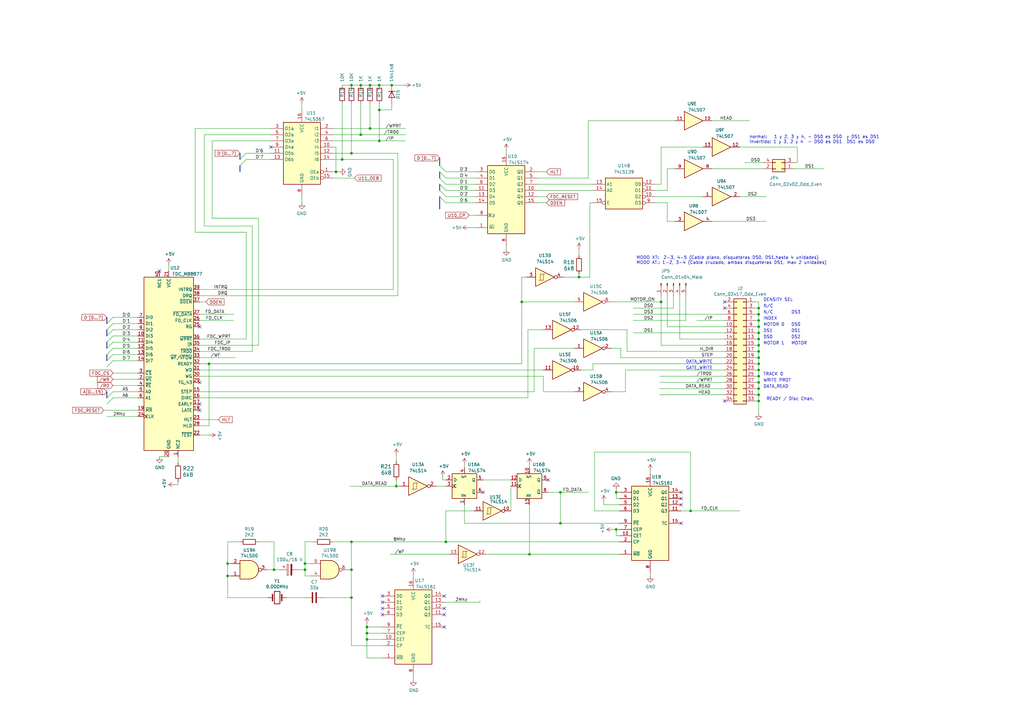
<source format=kicad_sch>
(kicad_sch (version 20200506) (host eeschema "5.99.0-unknown-bc0fc0b~88~ubuntu20.04.1")
  (page "A3")
  (title_block (title "Beta Disk Interface") (date "2020-03-13") (rev "0.3") (company "Alvaro Alea Fdz.") (comment 1 "Based on Rev 5 (Beta 128)") (comment 2 "Under Licence GPL3"))
  (junction (at 311.15 164.465))
  (junction (at 182.88 222.25))
  (junction (at 144.145 62.865))
  (junction (at 137.795 70.485))
  (junction (at 160.655 34.925))
  (junction (at 155.575 45.085))
  (junction (at 229.87 214.63))
  (junction (at 271.145 123.825))
  (junction (at 311.15 139.065))
  (junction (at 237.49 113.665))
  (junction (at 311.15 126.365))
  (junction (at 311.15 133.985))
  (junction (at 311.15 131.445))
  (junction (at 311.15 156.845))
  (junction (at 144.145 245.11))
  (junction (at 283.21 209.55))
  (junction (at 252.73 201.93))
  (junction (at 85.725 149.225))
  (junction (at 150.495 257.175))
  (junction (at 311.15 151.765))
  (junction (at 144.145 34.925))
  (junction (at 144.145 233.68))
  (junction (at 151.765 52.705))
  (junction (at 311.15 159.385))
  (junction (at 93.345 236.22))
  (junction (at 140.335 65.405))
  (junction (at 147.955 34.925))
  (junction (at 213.995 123.825))
  (junction (at 150.495 262.255))
  (junction (at 150.495 259.715))
  (junction (at 147.955 55.245))
  (junction (at 93.345 231.14))
  (junction (at 311.15 161.925))
  (junction (at 155.575 34.925))
  (junction (at 311.15 144.145))
  (junction (at 144.145 222.25))
  (junction (at 311.15 141.605))
  (junction (at 311.15 128.905))
  (junction (at 217.17 227.33))
  (junction (at 162.56 199.39))
  (junction (at 311.15 154.305))
  (junction (at 311.15 149.225))
  (junction (at 125.095 233.68))
  (junction (at 311.15 136.525))
  (junction (at 151.765 34.925))
  (junction (at 311.15 146.685))
  (junction (at 155.575 57.785))
  (junction (at 229.87 201.93))
  (junction (at 125.095 231.14))
  (junction (at 112.395 233.68))
  (junction (at 252.73 217.17))
  (no_connect (at 81.915 133.985))
  (no_connect (at 182.245 244.475))
  (no_connect (at 156.845 249.555))
  (no_connect (at 297.18 126.365))
  (no_connect (at 279.4 204.47))
  (no_connect (at 111.125 60.325))
  (no_connect (at 182.245 257.175))
  (no_connect (at 182.245 249.555))
  (no_connect (at 81.915 168.275))
  (no_connect (at 279.4 207.01))
  (no_connect (at 297.18 164.465))
  (no_connect (at 279.4 214.63))
  (no_connect (at 156.845 247.015))
  (no_connect (at 81.915 165.735))
  (no_connect (at 81.915 156.845))
  (no_connect (at 279.4 201.93))
  (no_connect (at 182.245 252.095))
  (no_connect (at 156.845 252.095))
  (no_connect (at 224.79 196.85))
  (no_connect (at 65.405 111.125))
  (no_connect (at 156.845 244.475))
  (no_connect (at 297.18 123.825))
  (no_connect (at 198.12 201.93))
  (bus_entry (at 43.815 132.715) (size 2.54 -2.54))
  (bus_entry (at 43.815 135.255) (size 2.54 -2.54))
  (bus_entry (at 43.815 137.795) (size 2.54 -2.54))
  (bus_entry (at 43.815 140.335) (size 2.54 -2.54))
  (bus_entry (at 43.815 142.875) (size 2.54 -2.54))
  (bus_entry (at 43.815 145.415) (size 2.54 -2.54))
  (bus_entry (at 43.815 147.955) (size 2.54 -2.54))
  (bus_entry (at 43.815 150.495) (size 2.54 -2.54))
  (bus_entry (at 43.815 163.195) (size 2.54 -2.54))
  (bus_entry (at 43.815 165.735) (size 2.54 -2.54))
  (bus_entry (at 98.425 65.405) (size 2.54 -2.54))
  (bus_entry (at 98.425 67.945) (size 2.54 -2.54))
  (bus_entry (at 180.34 67.945) (size 2.54 2.54))
  (bus_entry (at 180.34 70.485) (size 2.54 2.54))
  (bus_entry (at 180.34 73.025) (size 2.54 2.54))
  (bus_entry (at 180.34 75.565) (size 2.54 2.54))
  (bus_entry (at 180.34 78.105) (size 2.54 2.54))
  (bus_entry (at 180.34 80.645) (size 2.54 2.54))
  (wire (pts (xy 42.545 168.275) (xy 56.515 168.275)))
  (wire (pts (xy 43.815 170.815) (xy 56.515 170.815)))
  (wire (pts (xy 46.355 130.175) (xy 56.515 130.175)))
  (wire (pts (xy 46.355 132.715) (xy 56.515 132.715)))
  (wire (pts (xy 46.355 135.255) (xy 56.515 135.255)))
  (wire (pts (xy 46.355 137.795) (xy 56.515 137.795)))
  (wire (pts (xy 46.355 140.335) (xy 56.515 140.335)))
  (wire (pts (xy 46.355 142.875) (xy 56.515 142.875)))
  (wire (pts (xy 46.355 145.415) (xy 56.515 145.415)))
  (wire (pts (xy 46.355 147.955) (xy 56.515 147.955)))
  (wire (pts (xy 46.355 153.035) (xy 56.515 153.035)))
  (wire (pts (xy 46.355 155.575) (xy 56.515 155.575)))
  (wire (pts (xy 46.355 158.115) (xy 56.515 158.115)))
  (wire (pts (xy 46.355 160.655) (xy 56.515 160.655)))
  (wire (pts (xy 46.355 163.195) (xy 56.515 163.195)))
  (wire (pts (xy 69.215 108.585) (xy 69.215 111.125)))
  (wire (pts (xy 69.215 187.325) (xy 65.405 187.325)))
  (wire (pts (xy 73.025 187.325) (xy 73.025 189.865)))
  (wire (pts (xy 73.025 197.485) (xy 73.025 198.755)))
  (wire (pts (xy 73.025 198.755) (xy 71.755 198.755)))
  (wire (pts (xy 80.01 52.705) (xy 80.01 95.25)))
  (wire (pts (xy 80.01 52.705) (xy 111.125 52.705)))
  (wire (pts (xy 80.01 95.25) (xy 100.965 95.25)))
  (wire (pts (xy 81.915 118.745) (xy 161.29 118.745)))
  (wire (pts (xy 81.915 121.285) (xy 163.195 121.285)))
  (wire (pts (xy 81.915 123.825) (xy 84.455 123.825)))
  (wire (pts (xy 81.915 128.905) (xy 95.885 128.905)))
  (wire (pts (xy 81.915 131.445) (xy 95.885 131.445)))
  (wire (pts (xy 81.915 139.065) (xy 100.965 139.065)))
  (wire (pts (xy 81.915 141.605) (xy 106.045 141.605)))
  (wire (pts (xy 81.915 144.145) (xy 103.505 144.145)))
  (wire (pts (xy 81.915 146.685) (xy 96.52 146.685)))
  (wire (pts (xy 81.915 149.225) (xy 85.725 149.225)))
  (wire (pts (xy 81.915 151.765) (xy 222.885 151.765)))
  (wire (pts (xy 81.915 160.655) (xy 219.075 160.655)))
  (wire (pts (xy 81.915 163.195) (xy 216.535 163.195)))
  (wire (pts (xy 81.915 172.085) (xy 89.535 172.085)))
  (wire (pts (xy 81.915 178.435) (xy 85.725 178.435)))
  (wire (pts (xy 83.82 55.245) (xy 83.82 92.71)))
  (wire (pts (xy 83.82 55.245) (xy 111.125 55.245)))
  (wire (pts (xy 83.82 92.71) (xy 103.505 92.71)))
  (wire (pts (xy 85.725 149.225) (xy 85.725 174.625)))
  (wire (pts (xy 85.725 174.625) (xy 81.915 174.625)))
  (wire (pts (xy 86.995 57.785) (xy 111.125 57.785)))
  (wire (pts (xy 86.995 89.535) (xy 86.995 57.785)))
  (wire (pts (xy 93.345 222.25) (xy 93.345 231.14)))
  (wire (pts (xy 93.345 231.14) (xy 93.345 236.22)))
  (wire (pts (xy 93.345 236.22) (xy 94.615 236.22)))
  (wire (pts (xy 93.345 245.11) (xy 93.345 236.22)))
  (wire (pts (xy 94.615 231.14) (xy 93.345 231.14)))
  (wire (pts (xy 98.425 222.25) (xy 93.345 222.25)))
  (wire (pts (xy 100.965 62.865) (xy 111.125 62.865)))
  (wire (pts (xy 100.965 65.405) (xy 111.125 65.405)))
  (wire (pts (xy 100.965 95.25) (xy 100.965 139.065)))
  (wire (pts (xy 103.505 92.71) (xy 103.505 144.145)))
  (wire (pts (xy 106.045 89.535) (xy 86.995 89.535)))
  (wire (pts (xy 106.045 141.605) (xy 106.045 89.535)))
  (wire (pts (xy 106.045 222.25) (xy 112.395 222.25)))
  (wire (pts (xy 109.855 245.11) (xy 93.345 245.11)))
  (wire (pts (xy 112.395 222.25) (xy 112.395 233.68)))
  (wire (pts (xy 112.395 233.68) (xy 109.855 233.68)))
  (wire (pts (xy 112.395 233.68) (xy 114.935 233.68)))
  (wire (pts (xy 123.825 42.545) (xy 123.825 45.085)))
  (wire (pts (xy 123.825 80.645) (xy 123.825 83.185)))
  (wire (pts (xy 125.095 222.25) (xy 125.095 231.14)))
  (wire (pts (xy 125.095 231.14) (xy 125.095 233.68)))
  (wire (pts (xy 125.095 233.68) (xy 122.555 233.68)))
  (wire (pts (xy 125.095 233.68) (xy 125.095 236.22)))
  (wire (pts (xy 125.095 245.11) (xy 117.475 245.11)))
  (wire (pts (xy 127.635 231.14) (xy 125.095 231.14)))
  (wire (pts (xy 127.635 236.22) (xy 125.095 236.22)))
  (wire (pts (xy 128.905 222.25) (xy 125.095 222.25)))
  (wire (pts (xy 132.715 245.11) (xy 144.145 245.11)))
  (wire (pts (xy 136.525 52.705) (xy 151.765 52.705)))
  (wire (pts (xy 136.525 55.245) (xy 147.955 55.245)))
  (wire (pts (xy 136.525 57.785) (xy 155.575 57.785)))
  (wire (pts (xy 136.525 60.325) (xy 137.795 60.325)))
  (wire (pts (xy 136.525 62.865) (xy 144.145 62.865)))
  (wire (pts (xy 136.525 65.405) (xy 140.335 65.405)))
  (wire (pts (xy 136.525 73.025) (xy 145.415 73.025)))
  (wire (pts (xy 137.795 60.325) (xy 137.795 70.485)))
  (wire (pts (xy 137.795 70.485) (xy 136.525 70.485)))
  (wire (pts (xy 139.065 70.485) (xy 137.795 70.485)))
  (wire (pts (xy 140.335 34.925) (xy 144.145 34.925)))
  (wire (pts (xy 140.335 65.405) (xy 140.335 42.545)))
  (wire (pts (xy 140.335 65.405) (xy 161.29 65.405)))
  (wire (pts (xy 142.875 233.68) (xy 144.145 233.68)))
  (wire (pts (xy 143.51 199.39) (xy 162.56 199.39)))
  (wire (pts (xy 144.145 34.925) (xy 147.955 34.925)))
  (wire (pts (xy 144.145 62.865) (xy 144.145 42.545)))
  (wire (pts (xy 144.145 62.865) (xy 163.195 62.865)))
  (wire (pts (xy 144.145 222.25) (xy 136.525 222.25)))
  (wire (pts (xy 144.145 222.25) (xy 182.88 222.25)))
  (wire (pts (xy 144.145 233.68) (xy 144.145 222.25)))
  (wire (pts (xy 144.145 233.68) (xy 144.145 245.11)))
  (wire (pts (xy 144.145 245.11) (xy 144.145 264.795)))
  (wire (pts (xy 144.145 264.795) (xy 156.845 264.795)))
  (wire (pts (xy 147.955 34.925) (xy 151.765 34.925)))
  (wire (pts (xy 147.955 42.545) (xy 147.955 55.245)))
  (wire (pts (xy 150.495 255.905) (xy 150.495 257.175)))
  (wire (pts (xy 150.495 257.175) (xy 156.845 257.175)))
  (wire (pts (xy 150.495 259.715) (xy 150.495 257.175)))
  (wire (pts (xy 150.495 262.255) (xy 150.495 259.715)))
  (wire (pts (xy 150.495 269.875) (xy 150.495 262.255)))
  (wire (pts (xy 151.765 34.925) (xy 155.575 34.925)))
  (wire (pts (xy 151.765 42.545) (xy 151.765 52.705)))
  (wire (pts (xy 151.765 52.705) (xy 166.37 52.705)))
  (wire (pts (xy 155.575 34.925) (xy 160.655 34.925)))
  (wire (pts (xy 155.575 42.545) (xy 155.575 45.085)))
  (wire (pts (xy 155.575 45.085) (xy 155.575 57.785)))
  (wire (pts (xy 155.575 45.085) (xy 160.655 45.085)))
  (wire (pts (xy 155.575 57.785) (xy 166.37 57.785)))
  (wire (pts (xy 156.845 259.715) (xy 150.495 259.715)))
  (wire (pts (xy 156.845 262.255) (xy 150.495 262.255)))
  (wire (pts (xy 156.845 269.875) (xy 150.495 269.875)))
  (wire (pts (xy 160.02 227.33) (xy 184.15 227.33)))
  (wire (pts (xy 160.655 34.925) (xy 165.735 34.925)))
  (wire (pts (xy 160.655 45.085) (xy 160.655 42.545)))
  (wire (pts (xy 161.29 65.405) (xy 161.29 118.745)))
  (wire (pts (xy 162.56 186.69) (xy 162.56 189.23)))
  (wire (pts (xy 162.56 196.85) (xy 162.56 199.39)))
  (wire (pts (xy 162.56 199.39) (xy 163.83 199.39)))
  (wire (pts (xy 163.195 62.865) (xy 163.195 121.285)))
  (wire (pts (xy 166.37 55.245) (xy 147.955 55.245)))
  (wire (pts (xy 169.545 236.855) (xy 169.545 235.585)))
  (wire (pts (xy 169.545 277.495) (xy 169.545 278.765)))
  (wire (pts (xy 179.07 199.39) (xy 182.88 199.39)))
  (wire (pts (xy 181.61 195.58) (xy 181.61 196.85)))
  (wire (pts (xy 181.61 196.85) (xy 182.88 196.85)))
  (wire (pts (xy 182.245 247.015) (xy 196.85 247.015)))
  (wire (pts (xy 182.88 70.485) (xy 194.945 70.485)))
  (wire (pts (xy 182.88 73.025) (xy 194.945 73.025)))
  (wire (pts (xy 182.88 75.565) (xy 194.945 75.565)))
  (wire (pts (xy 182.88 78.105) (xy 194.945 78.105)))
  (wire (pts (xy 182.88 80.645) (xy 194.945 80.645)))
  (wire (pts (xy 182.88 83.185) (xy 194.945 83.185)))
  (wire (pts (xy 182.88 209.55) (xy 194.31 209.55)))
  (wire (pts (xy 182.88 222.25) (xy 182.88 209.55)))
  (wire (pts (xy 182.88 222.25) (xy 254 222.25)))
  (wire (pts (xy 190.5 190.5) (xy 190.5 191.77)))
  (wire (pts (xy 190.5 207.01) (xy 190.5 214.63)))
  (wire (pts (xy 192.405 88.265) (xy 194.945 88.265)))
  (wire (pts (xy 192.405 93.345) (xy 194.945 93.345)))
  (wire (pts (xy 196.85 246.38) (xy 196.85 247.015)))
  (wire (pts (xy 198.12 196.85) (xy 209.55 196.85)))
  (wire (pts (xy 199.39 227.33) (xy 217.17 227.33)))
  (wire (pts (xy 207.645 62.865) (xy 207.645 61.595)))
  (wire (pts (xy 207.645 100.965) (xy 207.645 102.235)))
  (wire (pts (xy 209.55 199.39) (xy 209.55 209.55)))
  (wire (pts (xy 213.995 113.665) (xy 215.9 113.665)))
  (wire (pts (xy 213.995 123.825) (xy 213.995 113.665)))
  (wire (pts (xy 213.995 123.825) (xy 213.995 149.225)))
  (wire (pts (xy 213.995 149.225) (xy 85.725 149.225)))
  (wire (pts (xy 216.535 135.255) (xy 222.885 135.255)))
  (wire (pts (xy 216.535 163.195) (xy 216.535 135.255)))
  (wire (pts (xy 217.17 190.5) (xy 217.17 191.77)))
  (wire (pts (xy 217.17 207.01) (xy 217.17 227.33)))
  (wire (pts (xy 217.17 227.33) (xy 254 227.33)))
  (wire (pts (xy 219.075 142.875) (xy 219.075 160.655)))
  (wire (pts (xy 219.075 142.875) (xy 235.585 142.875)))
  (wire (pts (xy 220.345 70.485) (xy 224.155 70.485)))
  (wire (pts (xy 220.345 73.025) (xy 241.3 73.025)))
  (wire (pts (xy 220.345 75.565) (xy 243.205 75.565)))
  (wire (pts (xy 220.345 78.105) (xy 243.205 78.105)))
  (wire (pts (xy 220.345 80.645) (xy 224.155 80.645)))
  (wire (pts (xy 220.345 83.185) (xy 224.155 83.185)))
  (wire (pts (xy 222.885 154.305) (xy 81.915 154.305)))
  (wire (pts (xy 222.885 160.655) (xy 222.885 154.305)))
  (wire (pts (xy 224.79 201.93) (xy 229.87 201.93)))
  (wire (pts (xy 229.87 201.93) (xy 229.87 214.63)))
  (wire (pts (xy 229.87 201.93) (xy 241.3 201.93)))
  (wire (pts (xy 229.87 214.63) (xy 190.5 214.63)))
  (wire (pts (xy 229.87 214.63) (xy 254 214.63)))
  (wire (pts (xy 231.14 113.665) (xy 237.49 113.665)))
  (wire (pts (xy 235.585 123.825) (xy 213.995 123.825)))
  (wire (pts (xy 235.585 160.655) (xy 222.885 160.655)))
  (wire (pts (xy 237.49 102.235) (xy 237.49 104.775)))
  (wire (pts (xy 237.49 112.395) (xy 237.49 113.665)))
  (wire (pts (xy 237.49 113.665) (xy 241.935 113.665)))
  (wire (pts (xy 241.3 49.53) (xy 241.3 73.025)))
  (wire (pts (xy 241.935 83.185) (xy 241.935 113.665)))
  (wire (pts (xy 241.935 83.185) (xy 243.205 83.185)))
  (wire (pts (xy 243.205 149.225) (xy 243.205 151.765)))
  (wire (pts (xy 243.205 149.225) (xy 297.18 149.225)))
  (wire (pts (xy 243.205 151.765) (xy 238.125 151.765)))
  (wire (pts (xy 243.84 185.42) (xy 243.84 209.55)))
  (wire (pts (xy 243.84 209.55) (xy 254 209.55)))
  (wire (pts (xy 247.65 205.74) (xy 247.65 207.01)))
  (wire (pts (xy 247.65 207.01) (xy 254 207.01)))
  (wire (pts (xy 250.825 123.825) (xy 271.145 123.825)))
  (wire (pts (xy 250.825 142.875) (xy 254.635 142.875)))
  (wire (pts (xy 250.825 160.655) (xy 256.54 160.655)))
  (wire (pts (xy 251.46 217.17) (xy 252.73 217.17)))
  (wire (pts (xy 252.73 200.66) (xy 252.73 201.93)))
  (wire (pts (xy 252.73 201.93) (xy 252.73 204.47)))
  (wire (pts (xy 252.73 204.47) (xy 254 204.47)))
  (wire (pts (xy 252.73 219.71) (xy 252.73 217.17)))
  (wire (pts (xy 254 201.93) (xy 252.73 201.93)))
  (wire (pts (xy 254 217.17) (xy 252.73 217.17)))
  (wire (pts (xy 254 219.71) (xy 252.73 219.71)))
  (wire (pts (xy 254.635 146.685) (xy 254.635 142.875)))
  (wire (pts (xy 254.635 146.685) (xy 297.18 146.685)))
  (wire (pts (xy 256.54 151.765) (xy 297.18 151.765)))
  (wire (pts (xy 256.54 160.655) (xy 256.54 151.765)))
  (wire (pts (xy 257.175 135.255) (xy 238.125 135.255)))
  (wire (pts (xy 257.175 144.145) (xy 257.175 135.255)))
  (wire (pts (xy 257.175 144.145) (xy 297.18 144.145)))
  (wire (pts (xy 259.715 126.365) (xy 276.225 126.365)))
  (wire (pts (xy 259.715 128.905) (xy 297.18 128.905)))
  (wire (pts (xy 259.715 131.445) (xy 281.305 131.445)))
  (wire (pts (xy 259.715 136.525) (xy 297.18 136.525)))
  (wire (pts (xy 266.7 193.04) (xy 266.7 194.31)))
  (wire (pts (xy 266.7 234.95) (xy 266.7 236.22)))
  (wire (pts (xy 268.605 75.565) (xy 271.145 75.565)))
  (wire (pts (xy 268.605 78.105) (xy 273.685 78.105)))
  (wire (pts (xy 268.605 80.645) (xy 288.29 80.645)))
  (wire (pts (xy 268.605 83.185) (xy 273.685 83.185)))
  (wire (pts (xy 270.51 154.305) (xy 297.18 154.305)))
  (wire (pts (xy 270.51 156.845) (xy 297.18 156.845)))
  (wire (pts (xy 270.51 159.385) (xy 297.18 159.385)))
  (wire (pts (xy 270.51 161.925) (xy 297.18 161.925)))
  (wire (pts (xy 271.145 60.325) (xy 288.29 60.325)))
  (wire (pts (xy 271.145 75.565) (xy 271.145 60.325)))
  (wire (pts (xy 271.145 123.825) (xy 271.145 121.285)))
  (wire (pts (xy 271.145 123.825) (xy 271.145 141.605)))
  (wire (pts (xy 271.145 141.605) (xy 297.18 141.605)))
  (wire (pts (xy 273.685 69.215) (xy 276.86 69.215)))
  (wire (pts (xy 273.685 78.105) (xy 273.685 69.215)))
  (wire (pts (xy 273.685 83.185) (xy 273.685 90.805)))
  (wire (pts (xy 273.685 90.805) (xy 276.86 90.805)))
  (wire (pts (xy 273.685 121.285) (xy 273.685 133.985)))
  (wire (pts (xy 273.685 133.985) (xy 297.18 133.985)))
  (wire (pts (xy 276.225 121.285) (xy 276.225 126.365)))
  (wire (pts (xy 276.86 49.53) (xy 241.3 49.53)))
  (wire (pts (xy 278.765 121.285) (xy 278.765 139.065)))
  (wire (pts (xy 278.765 139.065) (xy 297.18 139.065)))
  (wire (pts (xy 279.4 209.55) (xy 283.21 209.55)))
  (wire (pts (xy 281.305 121.285) (xy 281.305 131.445)))
  (wire (pts (xy 283.21 185.42) (xy 243.84 185.42)))
  (wire (pts (xy 283.21 209.55) (xy 283.21 185.42)))
  (wire (pts (xy 283.21 209.55) (xy 303.53 209.55)))
  (wire (pts (xy 285.75 131.445) (xy 297.18 131.445)))
  (wire (pts (xy 292.1 49.53) (xy 307.34 49.53)))
  (wire (pts (xy 292.1 69.215) (xy 313.055 69.215)))
  (wire (pts (xy 303.53 60.325) (xy 327.025 60.325)))
  (wire (pts (xy 303.53 80.645) (xy 314.325 80.645)))
  (wire (pts (xy 305.435 66.675) (xy 313.055 66.675)))
  (wire (pts (xy 309.88 126.365) (xy 311.15 126.365)))
  (wire (pts (xy 309.88 128.905) (xy 311.15 128.905)))
  (wire (pts (xy 309.88 131.445) (xy 311.15 131.445)))
  (wire (pts (xy 309.88 133.985) (xy 311.15 133.985)))
  (wire (pts (xy 309.88 136.525) (xy 311.15 136.525)))
  (wire (pts (xy 309.88 139.065) (xy 311.15 139.065)))
  (wire (pts (xy 309.88 141.605) (xy 311.15 141.605)))
  (wire (pts (xy 309.88 144.145) (xy 311.15 144.145)))
  (wire (pts (xy 309.88 146.685) (xy 311.15 146.685)))
  (wire (pts (xy 309.88 149.225) (xy 311.15 149.225)))
  (wire (pts (xy 309.88 151.765) (xy 311.15 151.765)))
  (wire (pts (xy 309.88 154.305) (xy 311.15 154.305)))
  (wire (pts (xy 309.88 156.845) (xy 311.15 156.845)))
  (wire (pts (xy 309.88 159.385) (xy 311.15 159.385)))
  (wire (pts (xy 309.88 161.925) (xy 311.15 161.925)))
  (wire (pts (xy 309.88 164.465) (xy 311.15 164.465)))
  (wire (pts (xy 311.15 123.825) (xy 309.88 123.825)))
  (wire (pts (xy 311.15 123.825) (xy 311.15 126.365)))
  (wire (pts (xy 311.15 126.365) (xy 311.15 128.905)))
  (wire (pts (xy 311.15 128.905) (xy 311.15 131.445)))
  (wire (pts (xy 311.15 131.445) (xy 311.15 133.985)))
  (wire (pts (xy 311.15 133.985) (xy 311.15 136.525)))
  (wire (pts (xy 311.15 136.525) (xy 311.15 139.065)))
  (wire (pts (xy 311.15 139.065) (xy 311.15 141.605)))
  (wire (pts (xy 311.15 141.605) (xy 311.15 144.145)))
  (wire (pts (xy 311.15 144.145) (xy 311.15 146.685)))
  (wire (pts (xy 311.15 146.685) (xy 311.15 149.225)))
  (wire (pts (xy 311.15 149.225) (xy 311.15 151.765)))
  (wire (pts (xy 311.15 151.765) (xy 311.15 154.305)))
  (wire (pts (xy 311.15 154.305) (xy 311.15 156.845)))
  (wire (pts (xy 311.15 156.845) (xy 311.15 159.385)))
  (wire (pts (xy 311.15 159.385) (xy 311.15 161.925)))
  (wire (pts (xy 311.15 161.925) (xy 311.15 164.465)))
  (wire (pts (xy 311.15 164.465) (xy 311.15 169.545)))
  (wire (pts (xy 314.325 90.805) (xy 292.1 90.805)))
  (wire (pts (xy 327.025 60.325) (xy 327.025 66.675)))
  (wire (pts (xy 327.025 66.675) (xy 325.755 66.675)))
  (wire (pts (xy 337.82 69.215) (xy 325.755 69.215)))
  (bus (pts (xy 43.815 130.175) (xy 43.815 135.255)))
  (bus (pts (xy 43.815 135.255) (xy 43.815 140.335)))
  (bus (pts (xy 43.815 140.335) (xy 43.815 145.415)))
  (bus (pts (xy 43.815 145.415) (xy 43.815 150.495)))
  (bus (pts (xy 43.815 160.655) (xy 43.815 165.735)))
  (bus (pts (xy 98.425 62.865) (xy 98.425 67.945)))
  (bus (pts (xy 98.425 67.945) (xy 98.425 70.485)))
  (bus (pts (xy 180.34 64.77) (xy 180.34 70.485)))
  (bus (pts (xy 180.34 70.485) (xy 180.34 75.565)))
  (bus (pts (xy 180.34 75.565) (xy 180.34 80.645)))
  (bus (pts (xy 180.34 80.645) (xy 180.34 85.725)))
  (text "MODO XT:  2-3, 4-5 (Cable plano, disqueteras DS0, DS1,hasta 4 unidades)\nMODO AT.: 1-2, 3-4 (Cable cruzado, ambas disqueteras DS1, max 2 unidades)" (at 260.985 108.585 0) (effects (font (size 1.27 1.27)) (justify left bottom)))
  (text "DATA_WRITE\n" (at 281.305 149.225 0) (effects (font (size 1.27 1.27)) (justify left bottom)))
  (text "GATE_WRITE\n" (at 281.305 151.765 0) (effects (font (size 1.27 1.27)) (justify left bottom)))
  (text "normal:   1 y 2, 3 y 4, - DS0 es DS0  y DS1 es DS1\ninvertido: 1 y 3, 2 y 4  - DS0 es DS1  DS1 es DS0" (at 307.34 59.055 0) (effects (font (size 1.27 1.27)) (justify left bottom)))
  (text "DENSITY SEL\n" (at 313.055 123.825 0) (effects (font (size 1.27 1.27)) (justify left bottom)))
  (text "N/C" (at 313.055 126.365 0) (effects (font (size 1.27 1.27)) (justify left bottom)))
  (text "N/C" (at 313.055 128.905 0) (effects (font (size 1.27 1.27)) (justify left bottom)))
  (text "INDEX" (at 313.055 131.445 0) (effects (font (size 1.27 1.27)) (justify left bottom)))
  (text "MOTOR 0 " (at 313.055 133.985 0) (effects (font (size 1.27 1.27)) (justify left bottom)))
  (text "DS1\n" (at 313.055 136.525 0) (effects (font (size 1.27 1.27)) (justify left bottom)))
  (text "DS0\n" (at 313.055 139.065 0) (effects (font (size 1.27 1.27)) (justify left bottom)))
  (text "MOTOR 1" (at 313.055 141.605 0) (effects (font (size 1.27 1.27)) (justify left bottom)))
  (text "TRACK 0" (at 313.055 154.305 0) (effects (font (size 1.27 1.27)) (justify left bottom)))
  (text "WRITE PROT" (at 313.055 156.845 0) (effects (font (size 1.27 1.27)) (justify left bottom)))
  (text "DATA_READ" (at 313.055 159.385 0) (effects (font (size 1.27 1.27)) (justify left bottom)))
  (text "READY / Disc Chan." (at 314.325 164.465 0) (effects (font (size 1.27 1.27)) (justify left bottom)))
  (text "DS3" (at 324.485 128.905 0) (effects (font (size 1.27 1.27)) (justify left bottom)))
  (text "DS0" (at 324.485 133.985 0) (effects (font (size 1.27 1.27)) (justify left bottom)))
  (text "DS1\n" (at 324.485 136.525 0) (effects (font (size 1.27 1.27)) (justify left bottom)))
  (text "DS2" (at 324.485 139.065 0) (effects (font (size 1.27 1.27)) (justify left bottom)))
  (text "MOTOR" (at 324.485 141.605 0) (effects (font (size 1.27 1.27)) (justify left bottom)))
  (label "D'0" (at 50.165 130.175 0))
  (label "D'1" (at 50.165 132.715 0))
  (label "D'2" (at 50.165 135.255 0))
  (label "D'3" (at 50.165 137.795 0))
  (label "D'4" (at 50.165 140.335 0))
  (label "D'5" (at 50.165 142.875 0))
  (label "D'6" (at 50.165 145.415 0))
  (label "D'7" (at 50.165 147.955 0))
  (label "A5" (at 50.165 160.655 0))
  (label "A6" (at 50.165 163.195 0))
  (label "2Mhz" (at 51.435 170.815 180))
  (label "{slash}WF" (at 86.36 146.685 0))
  (label "FD_CLK" (at 91.44 131.445 180))
  (label "FD_DATA" (at 92.075 128.905 180))
  (label "INTRQ" (at 93.345 118.745 180))
  (label "DRQ" (at 93.345 121.285 180))
  (label "FDC_WPRT" (at 94.615 139.065 180))
  (label "FDC_IP" (at 94.615 141.605 180))
  (label "FDC_TR00" (at 94.615 144.145 180))
  (label "D'6" (at 104.775 62.865 0))
  (label "D'7" (at 104.775 65.405 0))
  (label "{slash}TR00" (at 157.48 55.245 0))
  (label "{slash}WPRT" (at 158.115 52.705 0))
  (label "{slash}IP" (at 158.115 57.785 0))
  (label "DATA_READ" (at 158.75 199.39 180))
  (label "{slash}WF" (at 161.925 227.33 0))
  (label "8Mhz" (at 166.37 222.25 180))
  (label "D'4" (at 188.595 73.025 0))
  (label "D'1" (at 188.595 75.565 0))
  (label "D'0" (at 188.595 78.105 0))
  (label "D'2" (at 188.595 80.645 0))
  (label "D'6" (at 188.595 83.185 0))
  (label "D'3" (at 191.77 70.485 180))
  (label "2Mhz" (at 191.77 247.015 180))
  (label "FD_DATA" (at 238.76 201.93 180))
  (label "DS0" (at 267.97 126.365 180))
  (label "DS3" (at 267.97 128.905 180))
  (label "DS2" (at 267.97 131.445 180))
  (label "DS1" (at 267.97 136.525 180))
  (label "MOTOR_ON" (at 268.605 123.825 180))
  (label "{slash}TR00" (at 285.75 154.305 0))
  (label "{slash}WPRT" (at 285.75 156.845 0))
  (label "H_DIR" (at 287.02 144.145 0))
  (label "STEP" (at 287.655 146.685 0))
  (label "{slash}IP" (at 288.925 131.445 0))
  (label "DATA_READ" (at 291.465 159.385 180))
  (label "HEAD" (at 291.465 161.925 180))
  (label "FD_CLK" (at 294.64 209.55 180))
  (label "HEAD" (at 300.355 49.53 180))
  (label "DS3" (at 309.88 90.805 180))
  (label "DS2" (at 310.515 80.645 180))
  (label "DS0" (at 311.785 66.675 180))
  (label "DS1" (at 334.01 69.215 180))
  (global_label "FDC_RESET" (shape input) (at 42.545 168.275 180))
  (global_label "D'[0...7]" (shape input) (at 43.815 130.175 180))
  (global_label "A[0...15]" (shape input) (at 43.815 160.655 180))
  (global_label "FDC_CS" (shape input) (at 46.355 153.035 180))
  (global_label "{slash}WR" (shape input) (at 46.355 155.575 180))
  (global_label "{slash}RD" (shape input) (at 46.355 158.115 180))
  (global_label "DDEN" (shape input) (at 84.455 123.825 0))
  (global_label "HLT" (shape input) (at 89.535 172.085 0))
  (global_label "D'[0...7]" (shape input) (at 98.425 62.865 180))
  (global_label "U11_OEB" (shape input) (at 145.415 73.025 0))
  (global_label "D'[0...7]" (shape input) (at 180.34 64.77 180))
  (global_label "U10_CP" (shape input) (at 192.405 88.265 180))
  (global_label "HLT" (shape input) (at 224.155 70.485 0))
  (global_label "FDC_RESET" (shape input) (at 224.155 80.645 0))
  (global_label "DDEN" (shape input) (at 224.155 83.185 0))
  (symbol (lib_id "power:+5V") (at 69.215 108.585 0) (unit 1)
    (property "Reference" "#PWR02" (effects hide))
    (property "Value" "+5V" (at 69.596 104.1908 0))
  )
  (symbol (lib_id "power:+5V") (at 71.755 198.755 90) (unit 1)
    (property "Reference" "#PWR03" (effects hide))
    (property "Value" "+5V" (at 67.3608 198.374 0))
  )
  (symbol (lib_id "power:+5V") (at 85.725 178.435 270) (unit 1)
    (property "Reference" "#PWR04" (effects hide))
    (property "Value" "+5V" (at 90.1192 178.816 0))
  )
  (symbol (lib_id "power:+5V") (at 123.825 42.545 0) (mirror y) (unit 1)
    (property "Reference" "#PWR05" (effects hide))
    (property "Value" "+5V" (at 123.444 38.1508 0))
  )
  (symbol (lib_id "power:+5V") (at 150.495 255.905 0) (unit 1)
    (property "Reference" "#PWR08" (effects hide))
    (property "Value" "+5V" (at 150.876 251.5108 0))
  )
  (symbol (lib_id "power:+5V") (at 162.56 186.69 0) (unit 1)
    (property "Reference" "#PWR09" (effects hide))
    (property "Value" "+5V" (at 162.941 182.2958 0))
  )
  (symbol (lib_id "power:+5V") (at 165.735 34.925 270) (unit 1)
    (property "Reference" "#PWR010" (effects hide))
    (property "Value" "+5V" (at 170.815 34.925 90))
  )
  (symbol (lib_id "power:+5V") (at 169.545 235.585 0) (unit 1)
    (property "Reference" "#PWR011" (effects hide))
    (property "Value" "+5V" (at 169.926 231.1908 0))
  )
  (symbol (lib_id "power:+5V") (at 181.61 195.58 0) (unit 1)
    (property "Reference" "#PWR013" (effects hide))
    (property "Value" "+5V" (at 181.991 191.1858 0))
  )
  (symbol (lib_id "power:+5V") (at 190.5 190.5 0) (unit 1)
    (property "Reference" "#PWR014" (effects hide))
    (property "Value" "+5V" (at 190.881 186.1058 0))
  )
  (symbol (lib_id "power:+5V") (at 192.405 93.345 90) (unit 1)
    (property "Reference" "#PWR015" (effects hide))
    (property "Value" "+5V" (at 187.325 93.345 90))
  )
  (symbol (lib_id "power:+5V") (at 207.645 61.595 0) (unit 1)
    (property "Reference" "#PWR016" (effects hide))
    (property "Value" "+5V" (at 208.026 57.2008 0))
  )
  (symbol (lib_id "power:+5V") (at 217.17 190.5 0) (unit 1)
    (property "Reference" "#PWR018" (effects hide))
    (property "Value" "+5V" (at 217.551 186.1058 0))
  )
  (symbol (lib_id "power:+5V") (at 237.49 102.235 0) (unit 1)
    (property "Reference" "#PWR019" (effects hide))
    (property "Value" "+5V" (at 237.871 97.8408 0))
  )
  (symbol (lib_id "power:+5V") (at 247.65 205.74 0) (unit 1)
    (property "Reference" "#PWR020" (effects hide))
    (property "Value" "+5V" (at 248.031 201.3458 0))
  )
  (symbol (lib_id "power:+5V") (at 251.46 217.17 90) (unit 1)
    (property "Reference" "#PWR021" (effects hide))
    (property "Value" "+5V" (at 247.0658 216.789 0))
  )
  (symbol (lib_id "power:+5V") (at 266.7 193.04 0) (unit 1)
    (property "Reference" "#PWR023" (effects hide))
    (property "Value" "+5V" (at 267.081 188.6458 0))
  )
  (symbol (lib_id "power:GND") (at 65.405 187.325 0) (unit 1)
    (property "Reference" "#PWR01" (effects hide))
    (property "Value" "GND" (at 65.532 191.7192 0))
  )
  (symbol (lib_id "power:GND") (at 123.825 83.185 0) (mirror y) (unit 1)
    (property "Reference" "#PWR06" (effects hide))
    (property "Value" "GND" (at 123.698 87.5792 0))
  )
  (symbol (lib_id "power:GND") (at 139.065 70.485 90) (mirror x) (unit 1)
    (property "Reference" "#PWR07" (effects hide))
    (property "Value" "GND" (at 143.4592 70.612 0))
  )
  (symbol (lib_id "power:GND") (at 169.545 278.765 0) (unit 1)
    (property "Reference" "#PWR012" (effects hide))
    (property "Value" "GND" (at 169.672 283.1592 0))
  )
  (symbol (lib_id "power:GND") (at 207.645 102.235 0) (unit 1)
    (property "Reference" "#PWR017" (effects hide))
    (property "Value" "GND" (at 207.772 106.6292 0))
  )
  (symbol (lib_id "power:GND") (at 252.73 200.66 180) (unit 1)
    (property "Reference" "#PWR022" (effects hide))
    (property "Value" "GND" (at 252.603 196.2658 0))
  )
  (symbol (lib_id "power:GND") (at 266.7 236.22 0) (unit 1)
    (property "Reference" "#PWR024" (effects hide))
    (property "Value" "GND" (at 266.827 240.6142 0))
  )
  (symbol (lib_id "power:GND") (at 311.15 169.545 0) (unit 1)
    (property "Reference" "#PWR025" (effects hide))
    (property "Value" "GND" (at 311.277 173.9392 0))
  )
  (symbol (lib_id "Device:R") (at 73.025 193.675 0) (unit 1)
    (property "Reference" "R22" (at 74.93 193.04 0) (effects (font (size 1.524 1.524)) (justify left bottom)))
    (property "Value" "6k8" (at 74.93 195.58 0) (effects (font (size 1.524 1.524)) (justify left bottom)))
    (property "Footprint" "Resistor_THT:R_Axial_DIN0207_L6.3mm_D2.5mm_P7.62mm_Horizontal" (effects hide))
  )
  (symbol (lib_id "Device:R") (at 102.235 222.25 90) (mirror x) (unit 1)
    (property "Reference" "R19" (at 102.235 216.9922 90))
    (property "Value" "2K2" (at 102.235 219.3036 90))
    (property "Footprint" "Resistor_THT:R_Axial_DIN0207_L6.3mm_D2.5mm_P7.62mm_Horizontal" (effects hide))
  )
  (symbol (lib_id "Device:R") (at 132.715 222.25 90) (mirror x) (unit 1)
    (property "Reference" "R20" (at 132.715 216.9922 90))
    (property "Value" "2K2" (at 132.715 219.3036 90))
    (property "Footprint" "Resistor_THT:R_Axial_DIN0207_L6.3mm_D2.5mm_P7.62mm_Horizontal" (effects hide))
  )
  (symbol (lib_id "Device:R") (at 140.335 38.735 180) (unit 1)
    (property "Reference" "R13" (at 140.335 40.005 90) (effects (justify right)))
    (property "Value" "10K" (at 140.335 33.655 90) (effects (justify right)))
    (property "Footprint" "Resistor_THT:R_Axial_DIN0207_L6.3mm_D2.5mm_P7.62mm_Horizontal" (effects hide))
  )
  (symbol (lib_id "Device:R") (at 144.145 38.735 180) (unit 1)
    (property "Reference" "R14" (at 144.145 40.005 90) (effects (justify right)))
    (property "Value" "10K" (at 144.145 33.655 90) (effects (justify right)))
    (property "Footprint" "Resistor_THT:R_Axial_DIN0207_L6.3mm_D2.5mm_P7.62mm_Horizontal" (effects hide))
  )
  (symbol (lib_id "Device:R") (at 147.955 38.735 180) (unit 1)
    (property "Reference" "R15" (at 147.955 40.005 90) (effects (justify right)))
    (property "Value" "1K" (at 147.955 33.655 90) (effects (justify right)))
    (property "Footprint" "Resistor_THT:R_Axial_DIN0207_L6.3mm_D2.5mm_P7.62mm_Horizontal" (effects hide))
  )
  (symbol (lib_id "Device:R") (at 151.765 38.735 180) (unit 1)
    (property "Reference" "R16" (at 151.765 40.005 90) (effects (justify right)))
    (property "Value" "1K" (at 151.765 33.655 90) (effects (justify right)))
    (property "Footprint" "Resistor_THT:R_Axial_DIN0207_L6.3mm_D2.5mm_P7.62mm_Horizontal" (effects hide))
  )
  (symbol (lib_id "Device:R") (at 155.575 38.735 180) (unit 1)
    (property "Reference" "R17" (at 155.575 40.005 90) (effects (justify right)))
    (property "Value" "1K" (at 155.575 33.655 90) (effects (justify right)))
    (property "Footprint" "Resistor_THT:R_Axial_DIN0207_L6.3mm_D2.5mm_P7.62mm_Horizontal" (effects hide))
  )
  (symbol (lib_id "Device:R") (at 162.56 193.04 180) (unit 1)
    (property "Reference" "R21" (at 160.655 190.5 0) (effects (font (size 1.524 1.524)) (justify left bottom)))
    (property "Value" "6k8" (at 160.655 193.04 0) (effects (font (size 1.524 1.524)) (justify left bottom)))
    (property "Footprint" "Resistor_THT:R_Axial_DIN0207_L6.3mm_D2.5mm_P7.62mm_Horizontal" (effects hide))
  )
  (symbol (lib_id "Device:R") (at 237.49 108.585 180) (unit 1)
    (property "Reference" "R18" (at 235.585 106.68 0) (effects (font (size 1.524 1.524)) (justify left bottom)))
    (property "Value" "6k8" (at 235.585 109.22 0) (effects (font (size 1.524 1.524)) (justify left bottom)))
    (property "Footprint" "Resistor_THT:R_Axial_DIN0207_L6.3mm_D2.5mm_P7.62mm_Horizontal" (effects hide))
  )
  (symbol (lib_id "Diode:1N4148") (at 160.655 38.735 270) (unit 1)
    (property "Reference" "D15" (at 163.195 38.735 0))
    (property "Value" "1N4148" (at 160.655 29.845 0))
    (property "Footprint" "Diode_THT:D_DO-35_SOD27_P7.62mm_Horizontal" (effects hide))
    (property "Datasheet" "http://www.vishay.com/docs/85660/bat42.pdf" (effects hide))
  )
  (symbol (lib_id "Device:CP") (at 118.745 233.68 90) (mirror x) (unit 1)
    (property "Reference" "C8" (at 118.745 227.203 90))
    (property "Value" "100u/16 V" (at 118.745 229.5144 90))
    (property "Footprint" "Capacitor_THT:CP_Radial_D7.5mm_P2.50mm" (effects hide))
  )
  (symbol (lib_id "Device:C") (at 128.905 245.11 90) (mirror x) (unit 1)
    (property "Reference" "C7" (at 128.905 238.7092 90))
    (property "Value" "33p" (at 128.905 241.0206 90))
    (property "Footprint" "Capacitor_THT:C_Disc_D5.0mm_W2.5mm_P5.00mm" (effects hide))
  )
  (symbol (lib_id "Device:Crystal") (at 113.665 245.11 0) (mirror y) (unit 1)
    (property "Reference" "Y1" (at 113.665 238.3028 0))
    (property "Value" "8.000Mhz" (at 113.665 240.6142 0))
    (property "Footprint" "Crystal:Crystal_HC18-U_Vertical" (effects hide))
  )
  (symbol (lib_id "Connector:Conn_01x05_Male") (at 276.225 116.205 90) (mirror x) (unit 1)
    (property "Reference" "JP5" (at 271.145 111.125 90) (effects (justify right)))
    (property "Value" "Conn_01x04_Male" (at 271.145 113.665 90) (effects (justify right)))
    (property "Footprint" "Connector_PinHeader_2.54mm:PinHeader_1x05_P2.54mm_Vertical" (effects hide))
  )
  (symbol (lib_id "Connector_Generic:Conn_02x02_Odd_Even") (at 320.675 69.215 180) (unit 1)
    (property "Reference" "JP4" (at 319.405 73.025 0) (effects (justify left)))
    (property "Value" "Conn_02x02_Odd_Even" (at 337.185 75.565 0) (effects (justify left)))
    (property "Footprint" "Connector_PinHeader_2.54mm:PinHeader_2x02_P2.54mm_Vertical" (effects hide))
  )
  (symbol (lib_id "74xx:74LS14") (at 171.45 199.39 0) (unit 1)
    (property "Reference" "U13" (at 171.45 190.5 0))
    (property "Value" "74LS14" (at 171.45 193.04 0))
    (property "Footprint" "Package_DIP:DIP-14_W7.62mm_LongPads" (effects hide))
    (property "Datasheet" "http://www.ti.com/lit/gpn/sn74LS14" (effects hide))
  )
  (symbol (lib_id "74xx:74LS14") (at 191.77 227.33 0) (unit 6)
    (property "Reference" "U13" (at 192.405 231.775 0))
    (property "Value" "74LS14" (at 193.675 233.68 0))
    (property "Footprint" "Package_DIP:DIP-14_W7.62mm_LongPads" (effects hide))
    (property "Datasheet" "http://www.ti.com/lit/gpn/sn74LS14" (effects hide))
  )
  (symbol (lib_id "74xx:74LS14") (at 201.93 209.55 0) (unit 5)
    (property "Reference" "U13" (at 203.2 203.835 0))
    (property "Value" "74LS14" (at 204.47 205.74 0))
    (property "Footprint" "Package_DIP:DIP-14_W7.62mm_LongPads" (effects hide))
    (property "Datasheet" "http://www.ti.com/lit/gpn/sn74LS14" (effects hide))
  )
  (symbol (lib_id "74xx:74LS14") (at 223.52 113.665 0) (unit 2)
    (property "Reference" "U13" (at 223.52 104.775 0))
    (property "Value" "74LS14" (at 223.52 107.315 0))
    (property "Footprint" "Package_DIP:DIP-14_W7.62mm_LongPads" (effects hide))
    (property "Datasheet" "http://www.ti.com/lit/gpn/sn74LS14" (effects hide))
  )
  (symbol (lib_id "74xx:74LS06") (at 230.505 135.255 0) (unit 6)
    (property "Reference" "U15" (at 231.775 128.905 0))
    (property "Value" "74LS06" (at 233.045 131.445 0))
    (property "Footprint" "Package_DIP:DIP-14_W7.62mm_LongPads" (effects hide))
    (property "Datasheet" "http://www.ti.com/lit/gpn/sn74LS06" (effects hide))
  )
  (symbol (lib_id "74xx:74LS06") (at 230.505 151.765 0) (unit 5)
    (property "Reference" "U15" (at 231.775 145.415 0))
    (property "Value" "74LS06" (at 233.045 147.955 0))
    (property "Footprint" "Package_DIP:DIP-14_W7.62mm_LongPads" (effects hide))
    (property "Datasheet" "http://www.ti.com/lit/gpn/sn74LS06" (effects hide))
  )
  (symbol (lib_id "74xx:74LS06") (at 243.205 123.825 0) (unit 3)
    (property "Reference" "U15" (at 244.475 117.475 0))
    (property "Value" "74LS06" (at 245.745 120.015 0))
    (property "Footprint" "Package_DIP:DIP-14_W7.62mm_LongPads" (effects hide))
    (property "Datasheet" "http://www.ti.com/lit/gpn/sn74LS06" (effects hide))
  )
  (symbol (lib_id "74xx:74LS06") (at 243.205 142.875 0) (unit 1)
    (property "Reference" "U15" (at 244.475 136.525 0))
    (property "Value" "74LS06" (at 245.745 139.065 0))
    (property "Footprint" "Package_DIP:DIP-14_W7.62mm_LongPads" (effects hide))
    (property "Datasheet" "http://www.ti.com/lit/gpn/sn74LS06" (effects hide))
  )
  (symbol (lib_id "74xx:74LS06") (at 243.205 160.655 0) (unit 2)
    (property "Reference" "U15" (at 244.475 154.305 0))
    (property "Value" "74LS06" (at 245.745 156.845 0))
    (property "Footprint" "Package_DIP:DIP-14_W7.62mm_LongPads" (effects hide))
    (property "Datasheet" "http://www.ti.com/lit/gpn/sn74LS06" (effects hide))
  )
  (symbol (lib_id "74xx:74LS07") (at 284.48 49.53 0) (unit 5)
    (property "Reference" "U9" (at 283.845 42.545 0))
    (property "Value" "74LS07" (at 285.75 45.085 0))
    (property "Footprint" "Package_DIP:DIP-14_W7.62mm_LongPads" (effects hide))
    (property "Datasheet" "www.ti.com/lit/ds/symlink/sn74ls07.pdf" (effects hide))
  )
  (symbol (lib_id "74xx:74LS07") (at 284.48 69.215 0) (unit 4)
    (property "Reference" "U9" (at 283.845 62.23 0))
    (property "Value" "74LS07" (at 285.75 64.77 0))
    (property "Footprint" "Package_DIP:DIP-14_W7.62mm_LongPads" (effects hide))
    (property "Datasheet" "www.ti.com/lit/ds/symlink/sn74ls07.pdf" (effects hide))
  )
  (symbol (lib_id "74xx:74LS07") (at 284.48 90.805 0) (unit 2)
    (property "Reference" "U9" (at 284.48 84.455 0))
    (property "Value" "74LS07" (at 286.385 86.995 0))
    (property "Footprint" "Package_DIP:DIP-14_W7.62mm_LongPads" (effects hide))
    (property "Datasheet" "www.ti.com/lit/ds/symlink/sn74ls07.pdf" (effects hide))
  )
  (symbol (lib_id "74xx:74LS07") (at 295.91 60.325 0) (unit 6)
    (property "Reference" "U9" (at 295.275 53.34 0))
    (property "Value" "74LS07" (at 297.18 55.88 0))
    (property "Footprint" "Package_DIP:DIP-14_W7.62mm_LongPads" (effects hide))
    (property "Datasheet" "www.ti.com/lit/ds/symlink/sn74ls07.pdf" (effects hide))
  )
  (symbol (lib_id "74xx:74LS07") (at 295.91 80.645 0) (unit 1)
    (property "Reference" "U9" (at 295.91 74.295 0))
    (property "Value" "74LS07" (at 297.815 76.835 0))
    (property "Footprint" "Package_DIP:DIP-14_W7.62mm_LongPads" (effects hide))
    (property "Datasheet" "www.ti.com/lit/ds/symlink/sn74ls07.pdf" (effects hide))
  )
  (symbol (lib_id "74xx:74LS00") (at 102.235 233.68 0) (mirror x) (unit 1)
    (property "Reference" "U19" (at 102.235 225.6282 0))
    (property "Value" "74LS00" (at 102.235 227.9396 0))
    (property "Footprint" "Package_DIP:DIP-14_W7.62mm_LongPads" (effects hide))
    (property "Datasheet" "http://www.ti.com/lit/gpn/sn74ls00" (effects hide))
  )
  (symbol (lib_id "74xx:74LS00") (at 135.255 233.68 0) (mirror x) (unit 2)
    (property "Reference" "U19" (at 135.255 225.6282 0))
    (property "Value" "74LS00" (at 135.255 227.9396 0))
    (property "Footprint" "Package_DIP:DIP-14_W7.62mm_LongPads" (effects hide))
    (property "Datasheet" "http://www.ti.com/lit/gpn/sn74ls00" (effects hide))
  )
  (symbol (lib_id "74xx:74LS74") (at 190.5 199.39 0) (unit 1)
    (property "Reference" "U16" (at 194.31 190.5 0))
    (property "Value" "74LS74" (at 195.58 193.04 0))
    (property "Footprint" "Package_DIP:DIP-14_W7.62mm_LongPads" (effects hide))
    (property "Datasheet" "74xx/74hc_hct74.pdf" (effects hide))
  )
  (symbol (lib_id "74xx:74LS74") (at 217.17 199.39 0) (unit 2)
    (property "Reference" "U16" (at 220.98 190.5 0))
    (property "Value" "74LS74" (at 222.25 193.04 0))
    (property "Footprint" "Package_DIP:DIP-14_W7.62mm_LongPads" (effects hide))
    (property "Datasheet" "74xx/74hc_hct74.pdf" (effects hide))
  )
  (symbol (lib_id "74xx:74LS139") (at 255.905 78.105 0) (unit 2)
    (property "Reference" "U14" (at 255.905 67.945 0))
    (property "Value" "74LS139" (at 255.905 70.485 0))
    (property "Footprint" "Package_DIP:DIP-16_W7.62mm_LongPads" (effects hide))
    (property "Datasheet" "http://www.ti.com/lit/gpn/sn74LS139" (effects hide))
  )
  (symbol (lib_id "Connector_Generic:Conn_02x17_Odd_Even") (at 304.8 144.145 0) (mirror y) (unit 1)
    (property "Reference" "J2" (at 303.53 118.3132 0))
    (property "Value" "Conn_02x17_Odd_Even" (at 303.53 120.6246 0))
    (property "Footprint" "Connector_PinHeader_2.54mm:PinHeader_2x17_P2.54mm_Vertical" (effects hide))
  )
  (symbol (lib_id "74xx:74LS367") (at 123.825 62.865 0) (mirror y) (unit 1)
    (property "Reference" "U11" (at 127.635 46.355 0))
    (property "Value" "74LS367" (at 128.905 48.895 0))
    (property "Footprint" "Package_DIP:DIP-16_W7.62mm_LongPads" (effects hide))
    (property "Datasheet" "http://www.ti.com/lit/gpn/sn74LS367" (effects hide))
  )
  (symbol (lib_id "74xx:74LS174") (at 207.645 80.645 0) (unit 1)
    (property "Reference" "U10" (at 210.185 64.135 0))
    (property "Value" "74LS174" (at 212.725 66.675 0))
    (property "Footprint" "Package_DIP:DIP-16_W7.62mm_LongPads" (effects hide))
    (property "Datasheet" "http://www.ti.com/lit/gpn/sn74LS174" (effects hide))
  )
  (symbol (lib_id "74xx:74LS161") (at 169.545 257.175 0) (unit 1)
    (property "Reference" "U17" (at 172.085 238.125 0))
    (property "Value" "74LS161" (at 174.625 240.665 0))
    (property "Footprint" "Package_DIP:DIP-16_W7.62mm_LongPads" (effects hide))
    (property "Datasheet" "http://www.ti.com/lit/gpn/sn74LS161" (effects hide))
  )
  (symbol (lib_id "74xx:74LS161") (at 266.7 214.63 0) (unit 1)
    (property "Reference" "U18" (at 269.24 195.58 0))
    (property "Value" "74LS161" (at 271.78 198.12 0))
    (property "Footprint" "Package_DIP:DIP-16_W7.62mm_LongPads" (effects hide))
    (property "Datasheet" "http://www.ti.com/lit/gpn/sn74LS161" (effects hide))
  )
  (symbol (lib_id "8bits:FDC_MB8877") (at 69.215 149.225 0) (unit 1)
    (property "Reference" "U12" (at 71.755 109.855 0))
    (property "Value" "FDC_MB8877" (at 76.835 112.395 0))
    (property "Footprint" "Package_DIP:DIP-40_W15.24mm_LongPads" (effects hide))
  )
)
</source>
